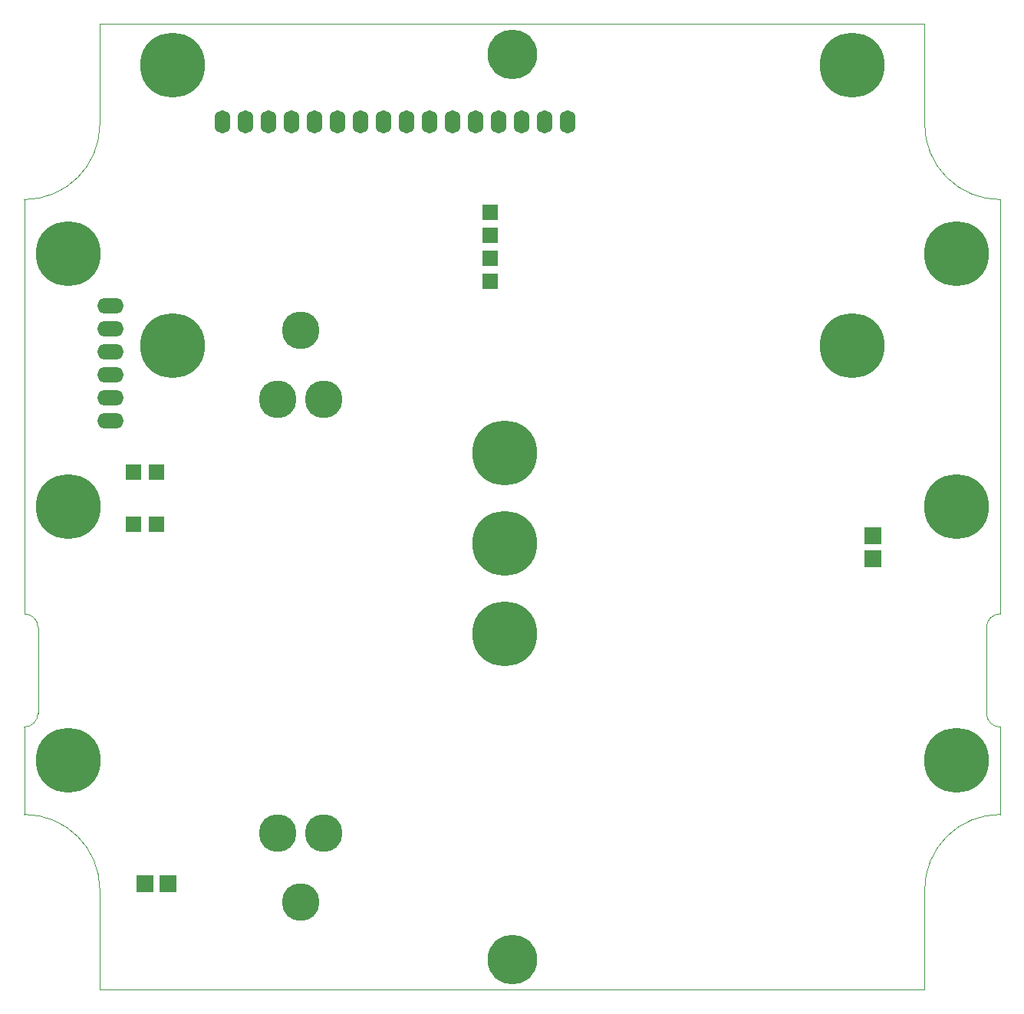
<source format=gbr>
G04 EasyPC Gerber Version 21.0.3 Build 4286 *
G04 #@! TF.Part,Single*
G04 #@! TF.FileFunction,Soldermask,Top *
G04 #@! TF.FilePolarity,Negative *
%FSLAX35Y35*%
%MOIN*%
G04 #@! TA.AperFunction,ComponentPad*
%ADD84O,0.06899X0.10049*%
%ADD85O,0.11600X0.06600*%
%ADD87R,0.06899X0.06899*%
%ADD86R,0.06900X0.06900*%
%ADD83R,0.07400X0.07400*%
G04 #@! TD.AperFunction*
%ADD13C,0.00001*%
G04 #@! TA.AperFunction,ComponentPad*
%ADD82C,0.16348*%
G04 #@! TA.AperFunction,WasherPad*
%ADD81C,0.21600*%
%ADD80C,0.28200*%
X0Y0D02*
D02*
D13*
X418710Y123434D02*
Y160835D01*
G75*
G02X424616Y166741I5906*
G01*
Y346899*
G75*
G02X391820Y379694J32795*
G01*
Y423198*
X33395*
X33395Y379694*
G75*
G02X600Y346898I-32795*
G01*
Y166741*
G75*
G02X6506Y160836J-5906*
G01*
Y123434*
G75*
G02X600Y117529I-5906*
G01*
Y79497*
G75*
G02X33395Y46702J-32795*
G01*
Y3198*
X391820*
Y46702*
G75*
G02X424616Y79497I32795*
G01*
Y117529*
G75*
G02X418710Y123434J5905*
G01*
D02*
D80*
X19694Y102962D03*
Y213198D03*
Y323434D03*
X64970Y283434D03*
Y405481D03*
X209445Y158080D03*
Y197450D03*
Y236820D03*
X360246Y283434D03*
Y405481D03*
X405521Y102962D03*
Y213198D03*
Y323434D03*
D02*
D81*
X212608Y16348D03*
Y410048D03*
D02*
D82*
X110600Y71210D03*
Y260186D03*
X120600Y41210D03*
Y290186D03*
X130600Y71210D03*
Y260186D03*
D02*
D83*
X53100Y49332D03*
X63100D03*
X369466Y190698D03*
Y200698D03*
D02*
D84*
X86670Y380698D03*
X96670D03*
X106670D03*
X116670D03*
X126670D03*
X136670D03*
X146670D03*
X156670D03*
X166670D03*
X176670D03*
X186670D03*
X196670D03*
X206670D03*
X216670D03*
X226670D03*
X236670D03*
D02*
D85*
X38100Y250698D03*
Y260698D03*
Y270698D03*
Y280698D03*
Y290698D03*
Y300698D03*
D02*
D86*
X48100Y205698D03*
Y228198D03*
X58100Y205698D03*
Y228198D03*
D02*
D87*
X203100Y311198D03*
Y321198D03*
Y331198D03*
Y341198D03*
X0Y0D02*
M02*

</source>
